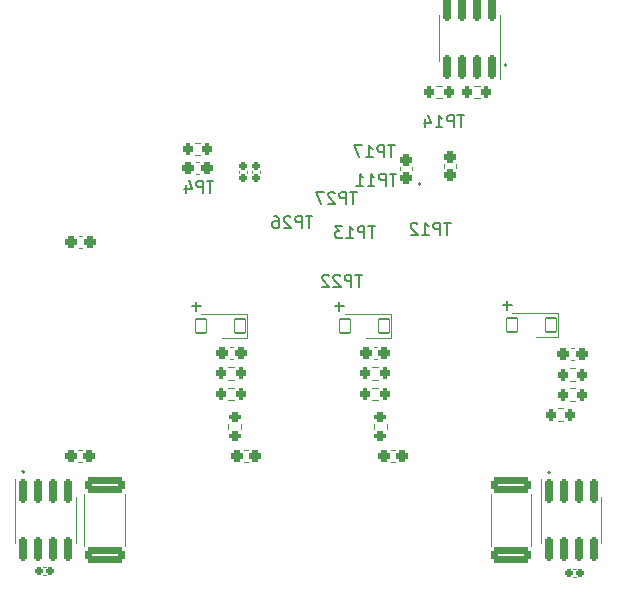
<source format=gbo>
G04 #@! TF.GenerationSoftware,KiCad,Pcbnew,(6.0.2)*
G04 #@! TF.CreationDate,2022-07-28T14:34:32+02:00*
G04 #@! TF.ProjectId,progetto_motor_controller,70726f67-6574-4746-9f5f-6d6f746f725f,rev?*
G04 #@! TF.SameCoordinates,Original*
G04 #@! TF.FileFunction,Legend,Bot*
G04 #@! TF.FilePolarity,Positive*
%FSLAX46Y46*%
G04 Gerber Fmt 4.6, Leading zero omitted, Abs format (unit mm)*
G04 Created by KiCad (PCBNEW (6.0.2)) date 2022-07-28 14:34:32*
%MOMM*%
%LPD*%
G01*
G04 APERTURE LIST*
G04 Aperture macros list*
%AMRoundRect*
0 Rectangle with rounded corners*
0 $1 Rounding radius*
0 $2 $3 $4 $5 $6 $7 $8 $9 X,Y pos of 4 corners*
0 Add a 4 corners polygon primitive as box body*
4,1,4,$2,$3,$4,$5,$6,$7,$8,$9,$2,$3,0*
0 Add four circle primitives for the rounded corners*
1,1,$1+$1,$2,$3*
1,1,$1+$1,$4,$5*
1,1,$1+$1,$6,$7*
1,1,$1+$1,$8,$9*
0 Add four rect primitives between the rounded corners*
20,1,$1+$1,$2,$3,$4,$5,0*
20,1,$1+$1,$4,$5,$6,$7,0*
20,1,$1+$1,$6,$7,$8,$9,0*
20,1,$1+$1,$8,$9,$2,$3,0*%
%AMFreePoly0*
4,1,14,0.124905,0.140800,0.304905,-0.034700,0.320000,-0.070500,0.320000,-0.105000,0.305355,-0.140355,0.270000,-0.155000,-0.090000,-0.155000,-0.125355,-0.140355,-0.140000,-0.105000,-0.140000,0.105000,-0.125355,0.140355,-0.090000,0.155000,0.090000,0.155000,0.124905,0.140800,0.124905,0.140800,$1*%
%AMFreePoly1*
4,1,14,0.125355,0.140355,0.140000,0.105000,0.140000,-0.105000,0.125355,-0.140355,0.090000,-0.155000,-0.270000,-0.155000,-0.305355,-0.140355,-0.320000,-0.105000,-0.320000,-0.070500,-0.304905,-0.034700,-0.124905,0.140800,-0.090000,0.155000,0.090000,0.155000,0.125355,0.140355,0.125355,0.140355,$1*%
G04 Aperture macros list end*
%ADD10C,0.200000*%
%ADD11C,0.153000*%
%ADD12C,0.150000*%
%ADD13C,0.120000*%
%ADD14C,0.000000*%
%ADD15C,0.650000*%
%ADD16C,0.296000*%
%ADD17O,1.350000X1.050000*%
%ADD18O,0.990000X1.650000*%
%ADD19C,0.900000*%
%ADD20C,6.500000*%
%ADD21RoundRect,0.050000X1.200000X-1.200000X1.200000X1.200000X-1.200000X1.200000X-1.200000X-1.200000X0*%
%ADD22C,2.500000*%
%ADD23RoundRect,0.050000X-1.300000X-1.300000X1.300000X-1.300000X1.300000X1.300000X-1.300000X1.300000X0*%
%ADD24C,2.700000*%
%ADD25RoundRect,0.050000X-0.850000X0.850000X-0.850000X-0.850000X0.850000X-0.850000X0.850000X0.850000X0*%
%ADD26O,1.800000X1.800000*%
%ADD27C,1.100000*%
%ADD28RoundRect,0.275000X0.225000X0.250000X-0.225000X0.250000X-0.225000X-0.250000X0.225000X-0.250000X0*%
%ADD29RoundRect,0.275000X0.250000X-0.225000X0.250000X0.225000X-0.250000X0.225000X-0.250000X-0.225000X0*%
%ADD30RoundRect,0.300000X1.425000X-0.362500X1.425000X0.362500X-1.425000X0.362500X-1.425000X-0.362500X0*%
%ADD31RoundRect,0.050000X0.450000X0.600000X-0.450000X0.600000X-0.450000X-0.600000X0.450000X-0.600000X0*%
%ADD32RoundRect,0.190000X0.170000X-0.140000X0.170000X0.140000X-0.170000X0.140000X-0.170000X-0.140000X0*%
%ADD33RoundRect,0.200000X-0.150000X0.825000X-0.150000X-0.825000X0.150000X-0.825000X0.150000X0.825000X0*%
%ADD34RoundRect,0.250000X-0.200000X-0.275000X0.200000X-0.275000X0.200000X0.275000X-0.200000X0.275000X0*%
%ADD35RoundRect,0.250000X0.200000X0.275000X-0.200000X0.275000X-0.200000X-0.275000X0.200000X-0.275000X0*%
%ADD36RoundRect,0.250000X0.275000X-0.200000X0.275000X0.200000X-0.275000X0.200000X-0.275000X-0.200000X0*%
%ADD37FreePoly0,0.000000*%
%ADD38FreePoly1,180.000000*%
%ADD39FreePoly0,180.000000*%
%ADD40FreePoly1,0.000000*%
%ADD41RoundRect,0.050000X-0.339411X0.000000X0.000000X-0.339411X0.339411X0.000000X0.000000X0.339411X0*%
%ADD42RoundRect,0.200000X0.150000X-0.825000X0.150000X0.825000X-0.150000X0.825000X-0.150000X-0.825000X0*%
%ADD43RoundRect,0.275000X-0.225000X-0.250000X0.225000X-0.250000X0.225000X0.250000X-0.225000X0.250000X0*%
%ADD44RoundRect,0.190000X0.140000X0.170000X-0.140000X0.170000X-0.140000X-0.170000X0.140000X-0.170000X0*%
%ADD45RoundRect,0.190000X-0.140000X-0.170000X0.140000X-0.170000X0.140000X0.170000X-0.140000X0.170000X0*%
G04 APERTURE END LIST*
D10*
X125550000Y-102100000D02*
G75*
G03*
X125550000Y-102100000I-100000J0D01*
G01*
X92000000Y-126500000D02*
G75*
G03*
X92000000Y-126500000I-100000J0D01*
G01*
X132850000Y-92050000D02*
G75*
G03*
X132850000Y-92050000I-100000J0D01*
G01*
X136500000Y-126550000D02*
G75*
G03*
X136500000Y-126550000I-100000J0D01*
G01*
D11*
X132519047Y-112371428D02*
X133280952Y-112371428D01*
X132900000Y-112752380D02*
X132900000Y-111990476D01*
X106169047Y-112471428D02*
X106930952Y-112471428D01*
X106550000Y-112852380D02*
X106550000Y-112090476D01*
X118269047Y-112471428D02*
X119030952Y-112471428D01*
X118650000Y-112852380D02*
X118650000Y-112090476D01*
X108011904Y-101852380D02*
X107440476Y-101852380D01*
X107726190Y-102852380D02*
X107726190Y-101852380D01*
X107107142Y-102852380D02*
X107107142Y-101852380D01*
X106726190Y-101852380D01*
X106630952Y-101900000D01*
X106583333Y-101947619D01*
X106535714Y-102042857D01*
X106535714Y-102185714D01*
X106583333Y-102280952D01*
X106630952Y-102328571D01*
X106726190Y-102376190D01*
X107107142Y-102376190D01*
X105678571Y-102185714D02*
X105678571Y-102852380D01*
X105916666Y-101804761D02*
X106154761Y-102519047D01*
X105535714Y-102519047D01*
X123488095Y-101252380D02*
X122916666Y-101252380D01*
X123202380Y-102252380D02*
X123202380Y-101252380D01*
X122583333Y-102252380D02*
X122583333Y-101252380D01*
X122202380Y-101252380D01*
X122107142Y-101300000D01*
X122059523Y-101347619D01*
X122011904Y-101442857D01*
X122011904Y-101585714D01*
X122059523Y-101680952D01*
X122107142Y-101728571D01*
X122202380Y-101776190D01*
X122583333Y-101776190D01*
X121059523Y-102252380D02*
X121630952Y-102252380D01*
X121345238Y-102252380D02*
X121345238Y-101252380D01*
X121440476Y-101395238D01*
X121535714Y-101490476D01*
X121630952Y-101538095D01*
X120107142Y-102252380D02*
X120678571Y-102252380D01*
X120392857Y-102252380D02*
X120392857Y-101252380D01*
X120488095Y-101395238D01*
X120583333Y-101490476D01*
X120678571Y-101538095D01*
D12*
X116388095Y-104852380D02*
X115816666Y-104852380D01*
X116102380Y-105852380D02*
X116102380Y-104852380D01*
X115483333Y-105852380D02*
X115483333Y-104852380D01*
X115102380Y-104852380D01*
X115007142Y-104900000D01*
X114959523Y-104947619D01*
X114911904Y-105042857D01*
X114911904Y-105185714D01*
X114959523Y-105280952D01*
X115007142Y-105328571D01*
X115102380Y-105376190D01*
X115483333Y-105376190D01*
X114530952Y-104947619D02*
X114483333Y-104900000D01*
X114388095Y-104852380D01*
X114150000Y-104852380D01*
X114054761Y-104900000D01*
X114007142Y-104947619D01*
X113959523Y-105042857D01*
X113959523Y-105138095D01*
X114007142Y-105280952D01*
X114578571Y-105852380D01*
X113959523Y-105852380D01*
X113102380Y-104852380D02*
X113292857Y-104852380D01*
X113388095Y-104900000D01*
X113435714Y-104947619D01*
X113530952Y-105090476D01*
X113578571Y-105280952D01*
X113578571Y-105661904D01*
X113530952Y-105757142D01*
X113483333Y-105804761D01*
X113388095Y-105852380D01*
X113197619Y-105852380D01*
X113102380Y-105804761D01*
X113054761Y-105757142D01*
X113007142Y-105661904D01*
X113007142Y-105423809D01*
X113054761Y-105328571D01*
X113102380Y-105280952D01*
X113197619Y-105233333D01*
X113388095Y-105233333D01*
X113483333Y-105280952D01*
X113530952Y-105328571D01*
X113578571Y-105423809D01*
X123338095Y-98852380D02*
X122766666Y-98852380D01*
X123052380Y-99852380D02*
X123052380Y-98852380D01*
X122433333Y-99852380D02*
X122433333Y-98852380D01*
X122052380Y-98852380D01*
X121957142Y-98900000D01*
X121909523Y-98947619D01*
X121861904Y-99042857D01*
X121861904Y-99185714D01*
X121909523Y-99280952D01*
X121957142Y-99328571D01*
X122052380Y-99376190D01*
X122433333Y-99376190D01*
X120909523Y-99852380D02*
X121480952Y-99852380D01*
X121195238Y-99852380D02*
X121195238Y-98852380D01*
X121290476Y-98995238D01*
X121385714Y-99090476D01*
X121480952Y-99138095D01*
X120576190Y-98852380D02*
X119909523Y-98852380D01*
X120338095Y-99852380D01*
D11*
X129238095Y-96302380D02*
X128666666Y-96302380D01*
X128952380Y-97302380D02*
X128952380Y-96302380D01*
X128333333Y-97302380D02*
X128333333Y-96302380D01*
X127952380Y-96302380D01*
X127857142Y-96350000D01*
X127809523Y-96397619D01*
X127761904Y-96492857D01*
X127761904Y-96635714D01*
X127809523Y-96730952D01*
X127857142Y-96778571D01*
X127952380Y-96826190D01*
X128333333Y-96826190D01*
X126809523Y-97302380D02*
X127380952Y-97302380D01*
X127095238Y-97302380D02*
X127095238Y-96302380D01*
X127190476Y-96445238D01*
X127285714Y-96540476D01*
X127380952Y-96588095D01*
X125952380Y-96635714D02*
X125952380Y-97302380D01*
X126190476Y-96254761D02*
X126428571Y-96969047D01*
X125809523Y-96969047D01*
X121688095Y-105702380D02*
X121116666Y-105702380D01*
X121402380Y-106702380D02*
X121402380Y-105702380D01*
X120783333Y-106702380D02*
X120783333Y-105702380D01*
X120402380Y-105702380D01*
X120307142Y-105750000D01*
X120259523Y-105797619D01*
X120211904Y-105892857D01*
X120211904Y-106035714D01*
X120259523Y-106130952D01*
X120307142Y-106178571D01*
X120402380Y-106226190D01*
X120783333Y-106226190D01*
X119259523Y-106702380D02*
X119830952Y-106702380D01*
X119545238Y-106702380D02*
X119545238Y-105702380D01*
X119640476Y-105845238D01*
X119735714Y-105940476D01*
X119830952Y-105988095D01*
X118926190Y-105702380D02*
X118307142Y-105702380D01*
X118640476Y-106083333D01*
X118497619Y-106083333D01*
X118402380Y-106130952D01*
X118354761Y-106178571D01*
X118307142Y-106273809D01*
X118307142Y-106511904D01*
X118354761Y-106607142D01*
X118402380Y-106654761D01*
X118497619Y-106702380D01*
X118783333Y-106702380D01*
X118878571Y-106654761D01*
X118926190Y-106607142D01*
X120138095Y-102802380D02*
X119566666Y-102802380D01*
X119852380Y-103802380D02*
X119852380Y-102802380D01*
X119233333Y-103802380D02*
X119233333Y-102802380D01*
X118852380Y-102802380D01*
X118757142Y-102850000D01*
X118709523Y-102897619D01*
X118661904Y-102992857D01*
X118661904Y-103135714D01*
X118709523Y-103230952D01*
X118757142Y-103278571D01*
X118852380Y-103326190D01*
X119233333Y-103326190D01*
X118280952Y-102897619D02*
X118233333Y-102850000D01*
X118138095Y-102802380D01*
X117900000Y-102802380D01*
X117804761Y-102850000D01*
X117757142Y-102897619D01*
X117709523Y-102992857D01*
X117709523Y-103088095D01*
X117757142Y-103230952D01*
X118328571Y-103802380D01*
X117709523Y-103802380D01*
X117376190Y-102802380D02*
X116709523Y-102802380D01*
X117138095Y-103802380D01*
X120588095Y-109802380D02*
X120016666Y-109802380D01*
X120302380Y-110802380D02*
X120302380Y-109802380D01*
X119683333Y-110802380D02*
X119683333Y-109802380D01*
X119302380Y-109802380D01*
X119207142Y-109850000D01*
X119159523Y-109897619D01*
X119111904Y-109992857D01*
X119111904Y-110135714D01*
X119159523Y-110230952D01*
X119207142Y-110278571D01*
X119302380Y-110326190D01*
X119683333Y-110326190D01*
X118730952Y-109897619D02*
X118683333Y-109850000D01*
X118588095Y-109802380D01*
X118350000Y-109802380D01*
X118254761Y-109850000D01*
X118207142Y-109897619D01*
X118159523Y-109992857D01*
X118159523Y-110088095D01*
X118207142Y-110230952D01*
X118778571Y-110802380D01*
X118159523Y-110802380D01*
X117778571Y-109897619D02*
X117730952Y-109850000D01*
X117635714Y-109802380D01*
X117397619Y-109802380D01*
X117302380Y-109850000D01*
X117254761Y-109897619D01*
X117207142Y-109992857D01*
X117207142Y-110088095D01*
X117254761Y-110230952D01*
X117826190Y-110802380D01*
X117207142Y-110802380D01*
X128088095Y-105402380D02*
X127516666Y-105402380D01*
X127802380Y-106402380D02*
X127802380Y-105402380D01*
X127183333Y-106402380D02*
X127183333Y-105402380D01*
X126802380Y-105402380D01*
X126707142Y-105450000D01*
X126659523Y-105497619D01*
X126611904Y-105592857D01*
X126611904Y-105735714D01*
X126659523Y-105830952D01*
X126707142Y-105878571D01*
X126802380Y-105926190D01*
X127183333Y-105926190D01*
X125659523Y-106402380D02*
X126230952Y-106402380D01*
X125945238Y-106402380D02*
X125945238Y-105402380D01*
X126040476Y-105545238D01*
X126135714Y-105640476D01*
X126230952Y-105688095D01*
X125278571Y-105497619D02*
X125230952Y-105450000D01*
X125135714Y-105402380D01*
X124897619Y-105402380D01*
X124802380Y-105450000D01*
X124754761Y-105497619D01*
X124707142Y-105592857D01*
X124707142Y-105688095D01*
X124754761Y-105830952D01*
X125326190Y-106402380D01*
X124707142Y-106402380D01*
D13*
X121840580Y-115890000D02*
X121559420Y-115890000D01*
X121840580Y-116910000D02*
X121559420Y-116910000D01*
X127490000Y-100740580D02*
X127490000Y-100459420D01*
X128510000Y-100740580D02*
X128510000Y-100459420D01*
X97090000Y-132727064D02*
X97090000Y-128372936D01*
X100510000Y-132727064D02*
X100510000Y-128372936D01*
X123340580Y-125660000D02*
X123059420Y-125660000D01*
X123340580Y-124640000D02*
X123059420Y-124640000D01*
X110850000Y-113150000D02*
X110850000Y-115150000D01*
X110850000Y-115150000D02*
X106950000Y-115150000D01*
X110850000Y-113150000D02*
X106950000Y-113150000D01*
X137150000Y-113050000D02*
X133250000Y-113050000D01*
X137150000Y-113050000D02*
X137150000Y-115050000D01*
X137150000Y-115050000D02*
X133250000Y-115050000D01*
X110140000Y-101207836D02*
X110140000Y-100992164D01*
X110860000Y-101207836D02*
X110860000Y-100992164D01*
X135740000Y-130550000D02*
X135740000Y-127100000D01*
X135740000Y-130550000D02*
X135740000Y-132500000D01*
X140860000Y-130550000D02*
X140860000Y-132500000D01*
X140860000Y-130550000D02*
X140860000Y-128600000D01*
X106412742Y-99672500D02*
X106887258Y-99672500D01*
X106412742Y-98627500D02*
X106887258Y-98627500D01*
X121937258Y-120422500D02*
X121462742Y-120422500D01*
X121937258Y-119377500D02*
X121462742Y-119377500D01*
X130062742Y-94872500D02*
X130537258Y-94872500D01*
X130062742Y-93827500D02*
X130537258Y-93827500D01*
X138540580Y-117060000D02*
X138259420Y-117060000D01*
X138540580Y-116040000D02*
X138259420Y-116040000D01*
X110915580Y-125660000D02*
X110634420Y-125660000D01*
X110915580Y-124640000D02*
X110634420Y-124640000D01*
X110322500Y-122887258D02*
X110322500Y-122412742D01*
X109277500Y-122887258D02*
X109277500Y-122412742D01*
X126862742Y-93827500D02*
X127337258Y-93827500D01*
X126862742Y-94872500D02*
X127337258Y-94872500D01*
X109737258Y-120422500D02*
X109262742Y-120422500D01*
X109737258Y-119377500D02*
X109262742Y-119377500D01*
X124810000Y-100965580D02*
X124810000Y-100684420D01*
X123790000Y-100965580D02*
X123790000Y-100684420D01*
X138162742Y-120472500D02*
X138637258Y-120472500D01*
X138162742Y-119427500D02*
X138637258Y-119427500D01*
X121937258Y-117627500D02*
X121462742Y-117627500D01*
X121937258Y-118672500D02*
X121462742Y-118672500D01*
X131490000Y-132727064D02*
X131490000Y-128372936D01*
X134910000Y-132727064D02*
X134910000Y-128372936D01*
X121627500Y-122887258D02*
X121627500Y-122412742D01*
X122672500Y-122887258D02*
X122672500Y-122412742D01*
X132260000Y-89750000D02*
X132260000Y-87800000D01*
X132260000Y-89750000D02*
X132260000Y-93200000D01*
X127140000Y-89750000D02*
X127140000Y-91700000D01*
X127140000Y-89750000D02*
X127140000Y-87800000D01*
X96609420Y-107510000D02*
X96890580Y-107510000D01*
X96609420Y-106490000D02*
X96890580Y-106490000D01*
X138707836Y-134690000D02*
X138492164Y-134690000D01*
X138707836Y-135410000D02*
X138492164Y-135410000D01*
X93612164Y-135260000D02*
X93827836Y-135260000D01*
X93612164Y-134540000D02*
X93827836Y-134540000D01*
X137162742Y-122172500D02*
X137637258Y-122172500D01*
X137162742Y-121127500D02*
X137637258Y-121127500D01*
X96360000Y-130550000D02*
X96360000Y-128600000D01*
X96360000Y-130550000D02*
X96360000Y-132500000D01*
X91240000Y-130550000D02*
X91240000Y-127100000D01*
X91240000Y-130550000D02*
X91240000Y-132500000D01*
X109665580Y-116910000D02*
X109384420Y-116910000D01*
X109665580Y-115890000D02*
X109384420Y-115890000D01*
X109737258Y-117627500D02*
X109262742Y-117627500D01*
X109737258Y-118672500D02*
X109262742Y-118672500D01*
X123050000Y-113150000D02*
X123050000Y-115150000D01*
X123050000Y-113150000D02*
X119150000Y-113150000D01*
X123050000Y-115150000D02*
X119150000Y-115150000D01*
X106790580Y-101310000D02*
X106509420Y-101310000D01*
X106790580Y-100290000D02*
X106509420Y-100290000D01*
X111240000Y-101207836D02*
X111240000Y-100992164D01*
X111960000Y-101207836D02*
X111960000Y-100992164D01*
X96840580Y-125660000D02*
X96559420Y-125660000D01*
X96840580Y-124640000D02*
X96559420Y-124640000D01*
X138162742Y-118772500D02*
X138637258Y-118772500D01*
X138162742Y-117727500D02*
X138637258Y-117727500D01*
%LPC*%
D14*
G36*
X135350000Y-120900000D02*
G01*
X123200000Y-120900000D01*
X123200000Y-113150000D01*
X135350000Y-113150000D01*
X135350000Y-120900000D01*
G37*
G36*
X108700000Y-120900000D02*
G01*
X96950000Y-120900000D01*
X96950000Y-114250000D01*
X108700000Y-114250000D01*
X108700000Y-120900000D01*
G37*
G36*
X110700000Y-143350000D02*
G01*
X110150000Y-143350000D01*
X105300000Y-138500000D01*
X105300000Y-130900000D01*
X110700000Y-130900000D01*
X110700000Y-143350000D01*
G37*
G36*
X126700000Y-138550000D02*
G01*
X121850000Y-143350000D01*
X121300000Y-143350000D01*
X121300000Y-130900000D01*
X126700000Y-130900000D01*
X126700000Y-138550000D01*
G37*
G36*
X121000000Y-130400000D02*
G01*
X111000000Y-130400000D01*
X111000000Y-121150000D01*
X121000000Y-121150000D01*
X121000000Y-130400000D01*
G37*
G36*
X108700000Y-130450000D02*
G01*
X100650000Y-130450000D01*
X100650000Y-128250000D01*
X96950000Y-128250000D01*
X96950000Y-121150000D01*
X108700000Y-121150000D01*
X108700000Y-130450000D01*
G37*
G36*
X135350000Y-121157530D02*
G01*
X135350029Y-128250001D01*
X131300000Y-128250000D01*
X131300000Y-130454774D01*
X123500000Y-130449921D01*
X123496304Y-121152007D01*
X135350000Y-121157530D01*
G37*
G36*
X120900000Y-120900000D02*
G01*
X111000000Y-120900000D01*
X111000000Y-114250000D01*
X120900000Y-114250000D01*
X120900000Y-120900000D01*
G37*
D15*
X91225000Y-119650000D02*
G75*
G03*
X91225000Y-119650000I-325000J0D01*
G01*
X92225000Y-78650000D02*
G75*
G03*
X92225000Y-78650000I-325000J0D01*
G01*
X140200000Y-78650000D02*
G75*
G03*
X140200000Y-78650000I-325000J0D01*
G01*
D16*
X90900000Y-119650000D03*
X91900000Y-78650000D03*
X139875000Y-78650000D03*
D17*
X136400000Y-80950000D03*
D18*
X130400000Y-78250000D03*
D17*
X131400000Y-80950000D03*
D18*
X137400000Y-78250000D03*
D19*
X87302944Y-144302944D03*
X89000000Y-143600000D03*
X91400000Y-146000000D03*
X90697056Y-147697056D03*
X87302944Y-147697056D03*
X89000000Y-148400000D03*
X86600000Y-146000000D03*
D20*
X89000000Y-146000000D03*
D19*
X90697056Y-144302944D03*
D21*
X144000000Y-115550000D03*
D22*
X144000000Y-112050000D03*
D23*
X111000000Y-147150000D03*
D24*
X116000000Y-147150000D03*
X121000000Y-147150000D03*
D25*
X100450000Y-81900000D03*
D26*
X97910000Y-81900000D03*
X95370000Y-81900000D03*
D19*
X141302944Y-144302944D03*
X144697056Y-144302944D03*
X143000000Y-143600000D03*
X141302944Y-147697056D03*
D20*
X143000000Y-146000000D03*
D19*
X140600000Y-146000000D03*
X145400000Y-146000000D03*
X144697056Y-147697056D03*
X143000000Y-148400000D03*
X141302944Y-84697056D03*
X141302944Y-81302944D03*
X143000000Y-80600000D03*
X144697056Y-81302944D03*
X143000000Y-85400000D03*
D20*
X143000000Y-83000000D03*
D19*
X140600000Y-83000000D03*
X144697056Y-84697056D03*
X145400000Y-83000000D03*
X90697056Y-84697056D03*
X89000000Y-80600000D03*
X90697056Y-81302944D03*
D20*
X89000000Y-83000000D03*
D19*
X91400000Y-83000000D03*
X89000000Y-85400000D03*
X86600000Y-83000000D03*
X87302944Y-81302944D03*
X87302944Y-84697056D03*
D27*
X108550000Y-102650000D03*
D28*
X122475000Y-116400000D03*
X120925000Y-116400000D03*
D27*
X122650000Y-102950000D03*
D29*
X128000000Y-101375000D03*
X128000000Y-99825000D03*
D30*
X98800000Y-133512500D03*
X98800000Y-127587500D03*
D28*
X123975000Y-125150000D03*
X122425000Y-125150000D03*
D31*
X110250000Y-114150000D03*
X106950000Y-114150000D03*
X136550000Y-114050000D03*
X133250000Y-114050000D03*
D32*
X110500000Y-101580000D03*
X110500000Y-100620000D03*
D33*
X136395000Y-128075000D03*
X137665000Y-128075000D03*
X138935000Y-128075000D03*
X140205000Y-128075000D03*
X140205000Y-133025000D03*
X138935000Y-133025000D03*
X137665000Y-133025000D03*
X136395000Y-133025000D03*
D34*
X105825000Y-99150000D03*
X107475000Y-99150000D03*
D35*
X122525000Y-119900000D03*
X120875000Y-119900000D03*
D27*
X114650000Y-106500000D03*
X122100000Y-100500000D03*
D34*
X129475000Y-94350000D03*
X131125000Y-94350000D03*
D28*
X139175000Y-116550000D03*
X137625000Y-116550000D03*
X111550000Y-125150000D03*
X110000000Y-125150000D03*
D36*
X109800000Y-123475000D03*
X109800000Y-121825000D03*
D34*
X126275000Y-94350000D03*
X127925000Y-94350000D03*
D27*
X127300000Y-95650000D03*
D35*
X110325000Y-119900000D03*
X108675000Y-119900000D03*
D29*
X124300000Y-101600000D03*
X124300000Y-100050000D03*
D37*
X125380000Y-101525000D03*
D38*
X125380000Y-100875000D03*
D39*
X126420000Y-100875000D03*
D40*
X126420000Y-101525000D03*
D41*
X125900000Y-101200000D03*
D27*
X121050000Y-107350000D03*
D34*
X137575000Y-119950000D03*
X139225000Y-119950000D03*
D35*
X122525000Y-118150000D03*
X120875000Y-118150000D03*
D30*
X133200000Y-133512500D03*
X133200000Y-127587500D03*
D36*
X122150000Y-123475000D03*
X122150000Y-121825000D03*
D42*
X131605000Y-92225000D03*
X130335000Y-92225000D03*
X129065000Y-92225000D03*
X127795000Y-92225000D03*
X127795000Y-87275000D03*
X129065000Y-87275000D03*
X130335000Y-87275000D03*
X131605000Y-87275000D03*
D43*
X95975000Y-107000000D03*
X97525000Y-107000000D03*
D27*
X116150000Y-103550000D03*
X118400000Y-109100000D03*
D44*
X139080000Y-135050000D03*
X138120000Y-135050000D03*
D45*
X93240000Y-134900000D03*
X94200000Y-134900000D03*
D34*
X136575000Y-121650000D03*
X138225000Y-121650000D03*
D33*
X91895000Y-128075000D03*
X93165000Y-128075000D03*
X94435000Y-128075000D03*
X95705000Y-128075000D03*
X95705000Y-133025000D03*
X94435000Y-133025000D03*
X93165000Y-133025000D03*
X91895000Y-133025000D03*
D28*
X110300000Y-116400000D03*
X108750000Y-116400000D03*
D27*
X123800000Y-105950000D03*
D35*
X110325000Y-118150000D03*
X108675000Y-118150000D03*
D31*
X122450000Y-114150000D03*
X119150000Y-114150000D03*
D28*
X107425000Y-100800000D03*
X105875000Y-100800000D03*
D32*
X111600000Y-101580000D03*
X111600000Y-100620000D03*
D28*
X97475000Y-125150000D03*
X95925000Y-125150000D03*
D34*
X137575000Y-118250000D03*
X139225000Y-118250000D03*
M02*

</source>
